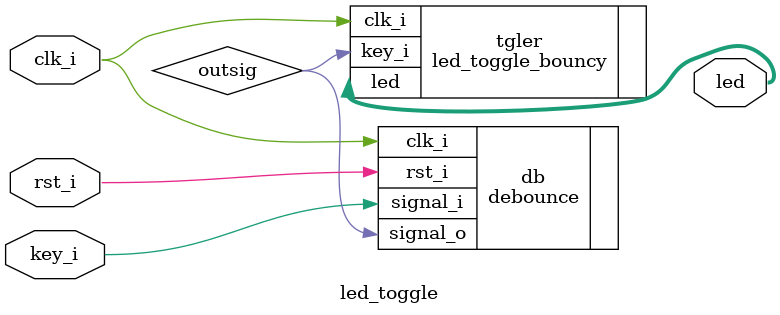
<source format=v>
`timescale 1us/1us


`include "led_toggle_bouncy.v"
`include "debounce.v"

module led_toggle (
  input wire rst_i,
  input wire clk_i,
  input wire key_i,
  output wire [5:0] led
);
parameter STABLE_PERIOD = 50;

wire outsig;

debounce #(.STABLE_PERIOD(STABLE_PERIOD)) db(
  .rst_i(rst_i),
  .clk_i(clk_i),
  .signal_i(key_i),
  .signal_o(outsig)
);

led_toggle_bouncy tgler(
  .clk_i(clk_i),
  .key_i(outsig),
  .led(led)
);

endmodule

</source>
